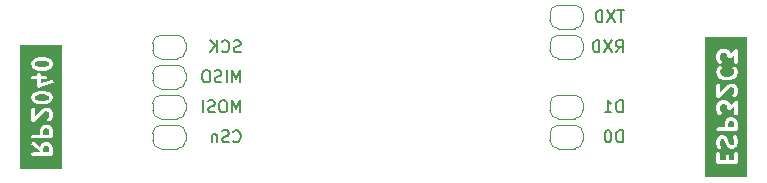
<source format=gbr>
%TF.GenerationSoftware,KiCad,Pcbnew,7.0.5-0*%
%TF.CreationDate,2023-07-26T01:41:50+02:00*%
%TF.ProjectId,esp32c3-wifi-dev,65737033-3263-4332-9d77-6966692d6465,rev?*%
%TF.SameCoordinates,Original*%
%TF.FileFunction,Legend,Bot*%
%TF.FilePolarity,Positive*%
%FSLAX46Y46*%
G04 Gerber Fmt 4.6, Leading zero omitted, Abs format (unit mm)*
G04 Created by KiCad (PCBNEW 7.0.5-0) date 2023-07-26 01:41:50*
%MOMM*%
%LPD*%
G01*
G04 APERTURE LIST*
%ADD10C,0.300000*%
%ADD11C,0.150000*%
%ADD12C,0.120000*%
G04 APERTURE END LIST*
D10*
G36*
X209589960Y-82230419D02*
G01*
X209626964Y-82267423D01*
X209671671Y-82356836D01*
X209671671Y-82742856D01*
X209185957Y-82742856D01*
X209185957Y-82356836D01*
X209230663Y-82267423D01*
X209267668Y-82230418D01*
X209357081Y-82185713D01*
X209500547Y-82185713D01*
X209589960Y-82230419D01*
G37*
G36*
X210789286Y-86925000D02*
G01*
X207210714Y-86925000D01*
X207210714Y-85700819D01*
X208166929Y-85700819D01*
X208180769Y-85731125D01*
X208190155Y-85763090D01*
X208198780Y-85770564D01*
X208203522Y-85780946D01*
X208231549Y-85798958D01*
X208256728Y-85820775D01*
X208268025Y-85822399D01*
X208277627Y-85828570D01*
X208310940Y-85828570D01*
X208343920Y-85833312D01*
X208354303Y-85828570D01*
X209096654Y-85828570D01*
X209129634Y-85833312D01*
X209140017Y-85828570D01*
X209810940Y-85828570D01*
X209843920Y-85833312D01*
X209874226Y-85819471D01*
X209906191Y-85810086D01*
X209913665Y-85801460D01*
X209924047Y-85796719D01*
X209942059Y-85768691D01*
X209963876Y-85743513D01*
X209965500Y-85732215D01*
X209971671Y-85722614D01*
X209971671Y-85689300D01*
X209976413Y-85656321D01*
X209971671Y-85645937D01*
X209971671Y-84942716D01*
X209953187Y-84879764D01*
X209886614Y-84822079D01*
X209799422Y-84809542D01*
X209719295Y-84846135D01*
X209671671Y-84920240D01*
X209671671Y-85528570D01*
X209257385Y-85528570D01*
X209257385Y-85157002D01*
X209238901Y-85094050D01*
X209172328Y-85036365D01*
X209085136Y-85023828D01*
X209005009Y-85060421D01*
X208957385Y-85134526D01*
X208957385Y-85528570D01*
X208471671Y-85528570D01*
X208471671Y-84942716D01*
X208453187Y-84879764D01*
X208386614Y-84822079D01*
X208299422Y-84809542D01*
X208219295Y-84846135D01*
X208171671Y-84920240D01*
X208171671Y-85667839D01*
X208166929Y-85700819D01*
X207210714Y-85700819D01*
X207210714Y-84184221D01*
X208165441Y-84184221D01*
X208178504Y-84223411D01*
X208190155Y-84263090D01*
X208192370Y-84265010D01*
X208257618Y-84460750D01*
X208295061Y-84514627D01*
X208376459Y-84548299D01*
X208463141Y-84532620D01*
X208527584Y-84472566D01*
X208549330Y-84387204D01*
X208471671Y-84154227D01*
X208471671Y-83856838D01*
X208516378Y-83767422D01*
X208553381Y-83730418D01*
X208642795Y-83685712D01*
X208714832Y-83685712D01*
X208804247Y-83730419D01*
X208841250Y-83767423D01*
X208894428Y-83873778D01*
X208955383Y-84117600D01*
X208953524Y-84134829D01*
X208965857Y-84159496D01*
X208967095Y-84164445D01*
X208975468Y-84178717D01*
X209036239Y-84300257D01*
X209041604Y-84324919D01*
X209070809Y-84354124D01*
X209098981Y-84384411D01*
X209101821Y-84385137D01*
X209130876Y-84414192D01*
X209143766Y-84435895D01*
X209180740Y-84454381D01*
X209217010Y-84474187D01*
X209219933Y-84473977D01*
X209318796Y-84523408D01*
X209349056Y-84542855D01*
X209379708Y-84542855D01*
X209409882Y-84548285D01*
X209422974Y-84542855D01*
X209527881Y-84542855D01*
X209563644Y-84546716D01*
X209591058Y-84533008D01*
X209620477Y-84524371D01*
X209629758Y-84513659D01*
X209729076Y-84464001D01*
X209753737Y-84458636D01*
X209782940Y-84429431D01*
X209813227Y-84401260D01*
X209813953Y-84398418D01*
X209843006Y-84369364D01*
X209864709Y-84356475D01*
X209883196Y-84319500D01*
X209903003Y-84283228D01*
X209902793Y-84280305D01*
X209952223Y-84181446D01*
X209971671Y-84151185D01*
X209971671Y-84120532D01*
X209977101Y-84090360D01*
X209971671Y-84077267D01*
X209971671Y-83768802D01*
X209977901Y-83744347D01*
X209964836Y-83705154D01*
X209953187Y-83665478D01*
X209950971Y-83663558D01*
X209885724Y-83467816D01*
X209848281Y-83413940D01*
X209766883Y-83380268D01*
X209680201Y-83395947D01*
X209615757Y-83456000D01*
X209594012Y-83541363D01*
X209671671Y-83774339D01*
X209671671Y-84071731D01*
X209626964Y-84161143D01*
X209589959Y-84198149D01*
X209500547Y-84242855D01*
X209428509Y-84242855D01*
X209339095Y-84198148D01*
X209302092Y-84161145D01*
X209248913Y-84054788D01*
X209187957Y-83810966D01*
X209189818Y-83793738D01*
X209177483Y-83769069D01*
X209176247Y-83764123D01*
X209167875Y-83749853D01*
X209107102Y-83628310D01*
X209101738Y-83603649D01*
X209072523Y-83574434D01*
X209044361Y-83544157D01*
X209041520Y-83543430D01*
X209012465Y-83514374D01*
X208999576Y-83492674D01*
X208962613Y-83474192D01*
X208926332Y-83454381D01*
X208923408Y-83454590D01*
X208824544Y-83405157D01*
X208794286Y-83385712D01*
X208763635Y-83385712D01*
X208733461Y-83380282D01*
X208720369Y-83385712D01*
X208615460Y-83385712D01*
X208579696Y-83381851D01*
X208552280Y-83395559D01*
X208522865Y-83404196D01*
X208513583Y-83414907D01*
X208414267Y-83464566D01*
X208389605Y-83469932D01*
X208360388Y-83499148D01*
X208330115Y-83527308D01*
X208329388Y-83530148D01*
X208300331Y-83559206D01*
X208278633Y-83572094D01*
X208260158Y-83609043D01*
X208240339Y-83645340D01*
X208240548Y-83648263D01*
X208191121Y-83747117D01*
X208171671Y-83777383D01*
X208171671Y-83808036D01*
X208166241Y-83838208D01*
X208171671Y-83851300D01*
X208171671Y-84159764D01*
X208165441Y-84184221D01*
X207210714Y-84184221D01*
X207210714Y-82915105D01*
X208166929Y-82915105D01*
X208203522Y-82995232D01*
X208277627Y-83042856D01*
X209025226Y-83042856D01*
X209058206Y-83047598D01*
X209068589Y-83042856D01*
X209810940Y-83042856D01*
X209843920Y-83047598D01*
X209874226Y-83033757D01*
X209906191Y-83024372D01*
X209913665Y-83015746D01*
X209924047Y-83011005D01*
X209942059Y-82982977D01*
X209963876Y-82957799D01*
X209965500Y-82946501D01*
X209971671Y-82936900D01*
X209971671Y-82903586D01*
X209976413Y-82870607D01*
X209971671Y-82860223D01*
X209971671Y-82329501D01*
X209975532Y-82293738D01*
X209961823Y-82266322D01*
X209953187Y-82236907D01*
X209942475Y-82227625D01*
X209892816Y-82128310D01*
X209887452Y-82103649D01*
X209858237Y-82074434D01*
X209830075Y-82044157D01*
X209827234Y-82043430D01*
X209798179Y-82014374D01*
X209785290Y-81992674D01*
X209748329Y-81974193D01*
X209712046Y-81954381D01*
X209709122Y-81954590D01*
X209610259Y-81905158D01*
X209580001Y-81885713D01*
X209549350Y-81885713D01*
X209519175Y-81880283D01*
X209506083Y-81885713D01*
X209329747Y-81885713D01*
X209293984Y-81881852D01*
X209266569Y-81895559D01*
X209237151Y-81904197D01*
X209227869Y-81914908D01*
X209128553Y-81964566D01*
X209103892Y-81969931D01*
X209074680Y-81999142D01*
X209044401Y-82027308D01*
X209043674Y-82030148D01*
X209014617Y-82059205D01*
X208992918Y-82072094D01*
X208974442Y-82109045D01*
X208954624Y-82145339D01*
X208954833Y-82148263D01*
X208905402Y-82247124D01*
X208885957Y-82277383D01*
X208885957Y-82308034D01*
X208880527Y-82338209D01*
X208885957Y-82351301D01*
X208885957Y-82742856D01*
X208300103Y-82742856D01*
X208237151Y-82761340D01*
X208179466Y-82827913D01*
X208166929Y-82915105D01*
X207210714Y-82915105D01*
X207210714Y-80909637D01*
X208166241Y-80909637D01*
X208171671Y-80922729D01*
X208171671Y-81313351D01*
X208167810Y-81349115D01*
X208181517Y-81376529D01*
X208190155Y-81405947D01*
X208200867Y-81415229D01*
X208250525Y-81514543D01*
X208255890Y-81539205D01*
X208285104Y-81568419D01*
X208313267Y-81598697D01*
X208316107Y-81599423D01*
X208373712Y-81657029D01*
X208431296Y-81688473D01*
X208519159Y-81682189D01*
X208589679Y-81629400D01*
X208620463Y-81546867D01*
X208601738Y-81460792D01*
X208516378Y-81375431D01*
X208471671Y-81286017D01*
X208471671Y-80928266D01*
X208516378Y-80838851D01*
X208553381Y-80801847D01*
X208642795Y-80757141D01*
X208929117Y-80757141D01*
X209018531Y-80801848D01*
X209055536Y-80838853D01*
X209100242Y-80928266D01*
X209100242Y-81063488D01*
X209100030Y-81063822D01*
X209100242Y-81107556D01*
X209100242Y-81128709D01*
X209100346Y-81129064D01*
X209100457Y-81151909D01*
X209112496Y-81170446D01*
X209118726Y-81191661D01*
X209135994Y-81206623D01*
X209148438Y-81225783D01*
X209168592Y-81234869D01*
X209185299Y-81249346D01*
X209207912Y-81252597D01*
X209228741Y-81261988D01*
X209250606Y-81258736D01*
X209272491Y-81261883D01*
X209293274Y-81252391D01*
X209315871Y-81249031D01*
X209332507Y-81234474D01*
X209352618Y-81225290D01*
X209364970Y-81206068D01*
X209671671Y-80937706D01*
X209671671Y-81557281D01*
X209690155Y-81620233D01*
X209756728Y-81677918D01*
X209843920Y-81690455D01*
X209924047Y-81653862D01*
X209971671Y-81579757D01*
X209971671Y-80650791D01*
X209971882Y-80650460D01*
X209971671Y-80606830D01*
X209971671Y-80585573D01*
X209971566Y-80585217D01*
X209971456Y-80562373D01*
X209959416Y-80543835D01*
X209953187Y-80522621D01*
X209935918Y-80507658D01*
X209923475Y-80488499D01*
X209903320Y-80479412D01*
X209886614Y-80464936D01*
X209864000Y-80461684D01*
X209843172Y-80452294D01*
X209821307Y-80455545D01*
X209799422Y-80452399D01*
X209778635Y-80461891D01*
X209756042Y-80465252D01*
X209739408Y-80479806D01*
X209719295Y-80488992D01*
X209706941Y-80508215D01*
X209372808Y-80800580D01*
X209371046Y-80799054D01*
X209321388Y-80699738D01*
X209316024Y-80675077D01*
X209286812Y-80645865D01*
X209258647Y-80615586D01*
X209255806Y-80614859D01*
X209226749Y-80585802D01*
X209213861Y-80564103D01*
X209176909Y-80545627D01*
X209140616Y-80525809D01*
X209137691Y-80526018D01*
X209038837Y-80476591D01*
X209008572Y-80457141D01*
X208977919Y-80457141D01*
X208947747Y-80451711D01*
X208934655Y-80457141D01*
X208615460Y-80457141D01*
X208579696Y-80453280D01*
X208552280Y-80466988D01*
X208522865Y-80475625D01*
X208513583Y-80486336D01*
X208414267Y-80535995D01*
X208389605Y-80541361D01*
X208360388Y-80570577D01*
X208330115Y-80598737D01*
X208329388Y-80601577D01*
X208300331Y-80630635D01*
X208278633Y-80643523D01*
X208260158Y-80680472D01*
X208240339Y-80716769D01*
X208240548Y-80719692D01*
X208191121Y-80818546D01*
X208171671Y-80848812D01*
X208171671Y-80879465D01*
X208166241Y-80909637D01*
X207210714Y-80909637D01*
X207210714Y-80073911D01*
X208168910Y-80073911D01*
X208171671Y-80112509D01*
X208171671Y-80128710D01*
X208173203Y-80133928D01*
X208175195Y-80161774D01*
X208185370Y-80175367D01*
X208190155Y-80191662D01*
X208211252Y-80209943D01*
X208227984Y-80232294D01*
X208243897Y-80238229D01*
X208256728Y-80249347D01*
X208284357Y-80253319D01*
X208310518Y-80263077D01*
X208327111Y-80259467D01*
X208343920Y-80261884D01*
X208369316Y-80250285D01*
X208396593Y-80244352D01*
X208408599Y-80232345D01*
X208424047Y-80225291D01*
X208439141Y-80201803D01*
X209259841Y-79381103D01*
X209417441Y-79328570D01*
X209500546Y-79328570D01*
X209589960Y-79373277D01*
X209626964Y-79410281D01*
X209671671Y-79499694D01*
X209671671Y-79786018D01*
X209626965Y-79875428D01*
X209557497Y-79944898D01*
X209526053Y-80002482D01*
X209532338Y-80090345D01*
X209585127Y-80160865D01*
X209667661Y-80191648D01*
X209753736Y-80172923D01*
X209843007Y-80083651D01*
X209864709Y-80070762D01*
X209883192Y-80033795D01*
X209903002Y-79997517D01*
X209902792Y-79994594D01*
X209952223Y-79895733D01*
X209971671Y-79865472D01*
X209971671Y-79834819D01*
X209977101Y-79804647D01*
X209971671Y-79791554D01*
X209971671Y-79472359D01*
X209975532Y-79436596D01*
X209961823Y-79409180D01*
X209953187Y-79379765D01*
X209942475Y-79370483D01*
X209892816Y-79271168D01*
X209887452Y-79246507D01*
X209858237Y-79217292D01*
X209830075Y-79187015D01*
X209827234Y-79186288D01*
X209798179Y-79157232D01*
X209785290Y-79135532D01*
X209748329Y-79117051D01*
X209712046Y-79097239D01*
X209709122Y-79097448D01*
X209610266Y-79048020D01*
X209580001Y-79028570D01*
X209549348Y-79028570D01*
X209519176Y-79023140D01*
X209506084Y-79028570D01*
X209411904Y-79028570D01*
X209387449Y-79022340D01*
X209348256Y-79035404D01*
X209308580Y-79047054D01*
X209306660Y-79049269D01*
X209139041Y-79105142D01*
X209103892Y-79112789D01*
X209082217Y-79134463D01*
X209057042Y-79151960D01*
X209051624Y-79165056D01*
X208471671Y-79745010D01*
X208471671Y-79157002D01*
X208453187Y-79094050D01*
X208386614Y-79036365D01*
X208299422Y-79023828D01*
X208219295Y-79060421D01*
X208171671Y-79134526D01*
X208171671Y-80068854D01*
X208168910Y-80073911D01*
X207210714Y-80073911D01*
X207210714Y-78112793D01*
X208165441Y-78112793D01*
X208178504Y-78151984D01*
X208190155Y-78191662D01*
X208192370Y-78193581D01*
X208248242Y-78361197D01*
X208255890Y-78396350D01*
X208277566Y-78418026D01*
X208295061Y-78443199D01*
X208308156Y-78448616D01*
X208416590Y-78557050D01*
X208429480Y-78578752D01*
X208466450Y-78597237D01*
X208502726Y-78617045D01*
X208505648Y-78616836D01*
X208587835Y-78657929D01*
X208599705Y-78670553D01*
X208626458Y-78677241D01*
X208631022Y-78679523D01*
X208647312Y-78682454D01*
X208904197Y-78746675D01*
X208920484Y-78757142D01*
X208946064Y-78757142D01*
X208949072Y-78757894D01*
X208967577Y-78757142D01*
X209154126Y-78757142D01*
X209172465Y-78763346D01*
X209197281Y-78757142D01*
X209200382Y-78757142D01*
X209218155Y-78751923D01*
X209474987Y-78687715D01*
X209492216Y-78689575D01*
X209516883Y-78677241D01*
X209521832Y-78676004D01*
X209536104Y-78667630D01*
X209657643Y-78606860D01*
X209682307Y-78601495D01*
X209711527Y-78572274D01*
X209741798Y-78544118D01*
X209742524Y-78541277D01*
X209850599Y-78433202D01*
X209878616Y-78410646D01*
X209888308Y-78381567D01*
X209903002Y-78354659D01*
X209901990Y-78340522D01*
X209958026Y-78172416D01*
X209971671Y-78151186D01*
X209971671Y-78109873D01*
X209973166Y-78068549D01*
X209971671Y-78066026D01*
X209971671Y-77983089D01*
X209977901Y-77958634D01*
X209964836Y-77919441D01*
X209953187Y-77879765D01*
X209950971Y-77877845D01*
X209895097Y-77710224D01*
X209887452Y-77675076D01*
X209865775Y-77653400D01*
X209848281Y-77628227D01*
X209835185Y-77622809D01*
X209769629Y-77557254D01*
X209712045Y-77525810D01*
X209624182Y-77532095D01*
X209553662Y-77584884D01*
X209522879Y-77667418D01*
X209541604Y-77753493D01*
X209619137Y-77831026D01*
X209671671Y-77988626D01*
X209671671Y-78082798D01*
X209619137Y-78240401D01*
X209518531Y-78341006D01*
X209412175Y-78394185D01*
X209160350Y-78457142D01*
X208982992Y-78457142D01*
X208731169Y-78394186D01*
X208624812Y-78341007D01*
X208524204Y-78240400D01*
X208471671Y-78082800D01*
X208471671Y-77988625D01*
X208524205Y-77831025D01*
X208585845Y-77769386D01*
X208617288Y-77711803D01*
X208611003Y-77623939D01*
X208558214Y-77553420D01*
X208475681Y-77522637D01*
X208389605Y-77541361D01*
X208292743Y-77638223D01*
X208264725Y-77660781D01*
X208255031Y-77689861D01*
X208240339Y-77716768D01*
X208241350Y-77730905D01*
X208185315Y-77899009D01*
X208171671Y-77920241D01*
X208171671Y-77961553D01*
X208170176Y-78002878D01*
X208171671Y-78005400D01*
X208171671Y-78088336D01*
X208165441Y-78112793D01*
X207210714Y-78112793D01*
X207210714Y-76552495D01*
X208166241Y-76552495D01*
X208171671Y-76565587D01*
X208171671Y-76956209D01*
X208167810Y-76991973D01*
X208181517Y-77019387D01*
X208190155Y-77048805D01*
X208200867Y-77058087D01*
X208250525Y-77157401D01*
X208255890Y-77182063D01*
X208285104Y-77211277D01*
X208313267Y-77241555D01*
X208316107Y-77242281D01*
X208373712Y-77299887D01*
X208431296Y-77331331D01*
X208519159Y-77325047D01*
X208589679Y-77272258D01*
X208620463Y-77189725D01*
X208601738Y-77103650D01*
X208516378Y-77018289D01*
X208471671Y-76928875D01*
X208471671Y-76571124D01*
X208516378Y-76481709D01*
X208553381Y-76444705D01*
X208642795Y-76399999D01*
X208929117Y-76399999D01*
X209018531Y-76444706D01*
X209055536Y-76481711D01*
X209100242Y-76571124D01*
X209100242Y-76706346D01*
X209100030Y-76706680D01*
X209100242Y-76750414D01*
X209100242Y-76771567D01*
X209100346Y-76771922D01*
X209100457Y-76794767D01*
X209112496Y-76813304D01*
X209118726Y-76834519D01*
X209135994Y-76849481D01*
X209148438Y-76868641D01*
X209168592Y-76877727D01*
X209185299Y-76892204D01*
X209207912Y-76895455D01*
X209228741Y-76904846D01*
X209250606Y-76901594D01*
X209272491Y-76904741D01*
X209293274Y-76895249D01*
X209315871Y-76891889D01*
X209332507Y-76877332D01*
X209352618Y-76868148D01*
X209364970Y-76848926D01*
X209671671Y-76580564D01*
X209671671Y-77200139D01*
X209690155Y-77263091D01*
X209756728Y-77320776D01*
X209843920Y-77333313D01*
X209924047Y-77296720D01*
X209971671Y-77222615D01*
X209971671Y-76293649D01*
X209971882Y-76293318D01*
X209971671Y-76249688D01*
X209971671Y-76228431D01*
X209971566Y-76228075D01*
X209971456Y-76205231D01*
X209959416Y-76186693D01*
X209953187Y-76165479D01*
X209935918Y-76150516D01*
X209923475Y-76131357D01*
X209903320Y-76122270D01*
X209886614Y-76107794D01*
X209864000Y-76104542D01*
X209843172Y-76095152D01*
X209821307Y-76098403D01*
X209799422Y-76095257D01*
X209778635Y-76104749D01*
X209756042Y-76108110D01*
X209739408Y-76122664D01*
X209719295Y-76131850D01*
X209706941Y-76151073D01*
X209372808Y-76443438D01*
X209371046Y-76441912D01*
X209321388Y-76342596D01*
X209316024Y-76317935D01*
X209286812Y-76288723D01*
X209258647Y-76258444D01*
X209255806Y-76257717D01*
X209226749Y-76228660D01*
X209213861Y-76206961D01*
X209176909Y-76188485D01*
X209140616Y-76168667D01*
X209137691Y-76168876D01*
X209038837Y-76119449D01*
X209008572Y-76099999D01*
X208977919Y-76099999D01*
X208947747Y-76094569D01*
X208934655Y-76099999D01*
X208615460Y-76099999D01*
X208579696Y-76096138D01*
X208552280Y-76109846D01*
X208522865Y-76118483D01*
X208513583Y-76129194D01*
X208414267Y-76178853D01*
X208389605Y-76184219D01*
X208360388Y-76213435D01*
X208330115Y-76241595D01*
X208329388Y-76244435D01*
X208300331Y-76273493D01*
X208278633Y-76286381D01*
X208260158Y-76323330D01*
X208240339Y-76359627D01*
X208240548Y-76362550D01*
X208191121Y-76461404D01*
X208171671Y-76491670D01*
X208171671Y-76522323D01*
X208166241Y-76552495D01*
X207210714Y-76552495D01*
X207210714Y-75075001D01*
X210789286Y-75075001D01*
X210789286Y-86925000D01*
G37*
G36*
X151589960Y-84337562D02*
G01*
X151626964Y-84374566D01*
X151671671Y-84463979D01*
X151671671Y-84849999D01*
X151185957Y-84849999D01*
X151185957Y-84656572D01*
X151191457Y-84626740D01*
X151185957Y-84613316D01*
X151185957Y-84463979D01*
X151230663Y-84374566D01*
X151267668Y-84337561D01*
X151357081Y-84292856D01*
X151500547Y-84292856D01*
X151589960Y-84337562D01*
G37*
G36*
X151589960Y-82837562D02*
G01*
X151626964Y-82874566D01*
X151671671Y-82963979D01*
X151671671Y-83349999D01*
X151185957Y-83349999D01*
X151185957Y-82963979D01*
X151230663Y-82874566D01*
X151267668Y-82837561D01*
X151357081Y-82792856D01*
X151500547Y-82792856D01*
X151589960Y-82837562D01*
G37*
G36*
X151483599Y-79998668D02*
G01*
X151589960Y-80051849D01*
X151626964Y-80088853D01*
X151671671Y-80178265D01*
X151671671Y-80250302D01*
X151626963Y-80339716D01*
X151589959Y-80376721D01*
X151483605Y-80429898D01*
X151231774Y-80492856D01*
X150911564Y-80492856D01*
X150659740Y-80429900D01*
X150553384Y-80376722D01*
X150516378Y-80339716D01*
X150471671Y-80250302D01*
X150471671Y-80178266D01*
X150516378Y-80088852D01*
X150553382Y-80051848D01*
X150659736Y-79998670D01*
X150911565Y-79935713D01*
X151231777Y-79935713D01*
X151483599Y-79998668D01*
G37*
G36*
X151483599Y-77141526D02*
G01*
X151589960Y-77194707D01*
X151626964Y-77231711D01*
X151671671Y-77321123D01*
X151671671Y-77393160D01*
X151626963Y-77482574D01*
X151589959Y-77519579D01*
X151483605Y-77572756D01*
X151231774Y-77635714D01*
X150911564Y-77635714D01*
X150659740Y-77572758D01*
X150553384Y-77519580D01*
X150516378Y-77482574D01*
X150471671Y-77393160D01*
X150471671Y-77321124D01*
X150516377Y-77231711D01*
X150553382Y-77194706D01*
X150659736Y-77141528D01*
X150911565Y-77078571D01*
X151231777Y-77078571D01*
X151483599Y-77141526D01*
G37*
G36*
X152789286Y-86246428D02*
G01*
X149210714Y-86246428D01*
X149210714Y-84158972D01*
X150166171Y-84158972D01*
X150199569Y-84240483D01*
X150885957Y-84720954D01*
X150885957Y-84849999D01*
X150300103Y-84849999D01*
X150237151Y-84868483D01*
X150179466Y-84935056D01*
X150166929Y-85022248D01*
X150203522Y-85102375D01*
X150277627Y-85149999D01*
X151025226Y-85149999D01*
X151058206Y-85154741D01*
X151068589Y-85149999D01*
X151810940Y-85149999D01*
X151843920Y-85154741D01*
X151874226Y-85140900D01*
X151906191Y-85131515D01*
X151913665Y-85122889D01*
X151924047Y-85118148D01*
X151942059Y-85090120D01*
X151963876Y-85064942D01*
X151965500Y-85053644D01*
X151971671Y-85044043D01*
X151971671Y-85010729D01*
X151976413Y-84977750D01*
X151971671Y-84967366D01*
X151971671Y-84436644D01*
X151975532Y-84400881D01*
X151961823Y-84373465D01*
X151953187Y-84344050D01*
X151942475Y-84334768D01*
X151892816Y-84235453D01*
X151887452Y-84210792D01*
X151858237Y-84181577D01*
X151830075Y-84151300D01*
X151827234Y-84150573D01*
X151798179Y-84121517D01*
X151785290Y-84099817D01*
X151748329Y-84081336D01*
X151712046Y-84061524D01*
X151709122Y-84061733D01*
X151610259Y-84012301D01*
X151580001Y-83992856D01*
X151549350Y-83992856D01*
X151519175Y-83987426D01*
X151506083Y-83992856D01*
X151329747Y-83992856D01*
X151293984Y-83988995D01*
X151266569Y-84002702D01*
X151237151Y-84011340D01*
X151227869Y-84022051D01*
X151128553Y-84071709D01*
X151103892Y-84077074D01*
X151074680Y-84106285D01*
X151044401Y-84134451D01*
X151043674Y-84137291D01*
X151014617Y-84166348D01*
X150992918Y-84179237D01*
X150974442Y-84216188D01*
X150954624Y-84252482D01*
X150954833Y-84255406D01*
X150905402Y-84354267D01*
X150899151Y-84363994D01*
X150390021Y-84007603D01*
X150327849Y-83986645D01*
X150242414Y-84008103D01*
X150182142Y-84072344D01*
X150166171Y-84158972D01*
X149210714Y-84158972D01*
X149210714Y-83522248D01*
X150166929Y-83522248D01*
X150203522Y-83602375D01*
X150277627Y-83649999D01*
X151025226Y-83649999D01*
X151058206Y-83654741D01*
X151068589Y-83649999D01*
X151810940Y-83649999D01*
X151843920Y-83654741D01*
X151874226Y-83640900D01*
X151906191Y-83631515D01*
X151913665Y-83622889D01*
X151924047Y-83618148D01*
X151942059Y-83590120D01*
X151963876Y-83564942D01*
X151965500Y-83553644D01*
X151971671Y-83544043D01*
X151971671Y-83510729D01*
X151976413Y-83477750D01*
X151971671Y-83467366D01*
X151971671Y-82936644D01*
X151975532Y-82900881D01*
X151961823Y-82873465D01*
X151953187Y-82844050D01*
X151942475Y-82834768D01*
X151892816Y-82735453D01*
X151887452Y-82710792D01*
X151858237Y-82681577D01*
X151830075Y-82651300D01*
X151827234Y-82650573D01*
X151798179Y-82621517D01*
X151785290Y-82599817D01*
X151748329Y-82581336D01*
X151712046Y-82561524D01*
X151709122Y-82561733D01*
X151610259Y-82512301D01*
X151580001Y-82492856D01*
X151549350Y-82492856D01*
X151519175Y-82487426D01*
X151506083Y-82492856D01*
X151329747Y-82492856D01*
X151293984Y-82488995D01*
X151266569Y-82502702D01*
X151237151Y-82511340D01*
X151227869Y-82522051D01*
X151128553Y-82571709D01*
X151103892Y-82577074D01*
X151074680Y-82606285D01*
X151044401Y-82634451D01*
X151043674Y-82637291D01*
X151014617Y-82666348D01*
X150992918Y-82679237D01*
X150974442Y-82716188D01*
X150954624Y-82752482D01*
X150954833Y-82755406D01*
X150905402Y-82854267D01*
X150885957Y-82884526D01*
X150885957Y-82915177D01*
X150880527Y-82945352D01*
X150885957Y-82958444D01*
X150885957Y-83349999D01*
X150300103Y-83349999D01*
X150237151Y-83368483D01*
X150179466Y-83435056D01*
X150166929Y-83522248D01*
X149210714Y-83522248D01*
X149210714Y-82109625D01*
X150168910Y-82109625D01*
X150171671Y-82148223D01*
X150171671Y-82164424D01*
X150173203Y-82169642D01*
X150175195Y-82197488D01*
X150185370Y-82211081D01*
X150190155Y-82227376D01*
X150211252Y-82245657D01*
X150227984Y-82268008D01*
X150243897Y-82273943D01*
X150256728Y-82285061D01*
X150284357Y-82289033D01*
X150310518Y-82298791D01*
X150327111Y-82295181D01*
X150343920Y-82297598D01*
X150369316Y-82285999D01*
X150396593Y-82280066D01*
X150408599Y-82268059D01*
X150424047Y-82261005D01*
X150439141Y-82237517D01*
X151259841Y-81416817D01*
X151417441Y-81364284D01*
X151500546Y-81364284D01*
X151589960Y-81408991D01*
X151626964Y-81445995D01*
X151671671Y-81535408D01*
X151671671Y-81821732D01*
X151626965Y-81911142D01*
X151557497Y-81980612D01*
X151526053Y-82038196D01*
X151532338Y-82126059D01*
X151585127Y-82196579D01*
X151667661Y-82227362D01*
X151753736Y-82208637D01*
X151843007Y-82119365D01*
X151864709Y-82106476D01*
X151883192Y-82069509D01*
X151903002Y-82033231D01*
X151902792Y-82030308D01*
X151952223Y-81931447D01*
X151971671Y-81901186D01*
X151971671Y-81870533D01*
X151977101Y-81840361D01*
X151971671Y-81827268D01*
X151971671Y-81508073D01*
X151975532Y-81472310D01*
X151961823Y-81444894D01*
X151953187Y-81415479D01*
X151942475Y-81406197D01*
X151892816Y-81306882D01*
X151887452Y-81282221D01*
X151858237Y-81253006D01*
X151830075Y-81222729D01*
X151827234Y-81222002D01*
X151798179Y-81192946D01*
X151785290Y-81171246D01*
X151748329Y-81152765D01*
X151712046Y-81132953D01*
X151709122Y-81133162D01*
X151610266Y-81083734D01*
X151580001Y-81064284D01*
X151549348Y-81064284D01*
X151519176Y-81058854D01*
X151506084Y-81064284D01*
X151411904Y-81064284D01*
X151387449Y-81058054D01*
X151348256Y-81071118D01*
X151308580Y-81082768D01*
X151306660Y-81084983D01*
X151139041Y-81140856D01*
X151103892Y-81148503D01*
X151082217Y-81170177D01*
X151057042Y-81187674D01*
X151051624Y-81200770D01*
X150471671Y-81780724D01*
X150471671Y-81192716D01*
X150453187Y-81129764D01*
X150386614Y-81072079D01*
X150299422Y-81059542D01*
X150219295Y-81096135D01*
X150171671Y-81170240D01*
X150171671Y-82104568D01*
X150168910Y-82109625D01*
X149210714Y-82109625D01*
X149210714Y-80159637D01*
X150166241Y-80159637D01*
X150171671Y-80172729D01*
X150171671Y-80277637D01*
X150167810Y-80313401D01*
X150181517Y-80340816D01*
X150190155Y-80370233D01*
X150200866Y-80379514D01*
X150250525Y-80478832D01*
X150255890Y-80503493D01*
X150285095Y-80532698D01*
X150313267Y-80562984D01*
X150316107Y-80563710D01*
X150345161Y-80592764D01*
X150358051Y-80614466D01*
X150395017Y-80632949D01*
X150431296Y-80652759D01*
X150434218Y-80652549D01*
X150516406Y-80693643D01*
X150528276Y-80706267D01*
X150555029Y-80712955D01*
X150559593Y-80715237D01*
X150575883Y-80718168D01*
X150832769Y-80782389D01*
X150849056Y-80792856D01*
X150874636Y-80792856D01*
X150877644Y-80793608D01*
X150896149Y-80792856D01*
X151225555Y-80792856D01*
X151243893Y-80799060D01*
X151268709Y-80792856D01*
X151271810Y-80792856D01*
X151289579Y-80787638D01*
X151546419Y-80723429D01*
X151563645Y-80725289D01*
X151588308Y-80712957D01*
X151593261Y-80711719D01*
X151607541Y-80703340D01*
X151729072Y-80642574D01*
X151753736Y-80637209D01*
X151782956Y-80607988D01*
X151813227Y-80579832D01*
X151813953Y-80576991D01*
X151843009Y-80547935D01*
X151864709Y-80535047D01*
X151883187Y-80498090D01*
X151903002Y-80461803D01*
X151902792Y-80458879D01*
X151952225Y-80360015D01*
X151971671Y-80329757D01*
X151971671Y-80299106D01*
X151977101Y-80268932D01*
X151971671Y-80255839D01*
X151971671Y-80150930D01*
X151975532Y-80115167D01*
X151961823Y-80087751D01*
X151953187Y-80058336D01*
X151942475Y-80049054D01*
X151892817Y-79949739D01*
X151887452Y-79925076D01*
X151858221Y-79895845D01*
X151830075Y-79865586D01*
X151827235Y-79864859D01*
X151798177Y-79835802D01*
X151785290Y-79814104D01*
X151748338Y-79795628D01*
X151712045Y-79775810D01*
X151709120Y-79776019D01*
X151626936Y-79734927D01*
X151615066Y-79722303D01*
X151588310Y-79715614D01*
X151583748Y-79713333D01*
X151567462Y-79710402D01*
X151310572Y-79646179D01*
X151294286Y-79635713D01*
X151268706Y-79635713D01*
X151265698Y-79634961D01*
X151247193Y-79635713D01*
X150917787Y-79635713D01*
X150899448Y-79629509D01*
X150874632Y-79635713D01*
X150871532Y-79635713D01*
X150853761Y-79640930D01*
X150596924Y-79705140D01*
X150579696Y-79703281D01*
X150555027Y-79715615D01*
X150550081Y-79716852D01*
X150535811Y-79725223D01*
X150414268Y-79785995D01*
X150389605Y-79791361D01*
X150360374Y-79820591D01*
X150330115Y-79848738D01*
X150329388Y-79851577D01*
X150300331Y-79880635D01*
X150278633Y-79893523D01*
X150260157Y-79930474D01*
X150240339Y-79966768D01*
X150240548Y-79969692D01*
X150191121Y-80068546D01*
X150171671Y-80098812D01*
X150171671Y-80129465D01*
X150166241Y-80159637D01*
X149210714Y-80159637D01*
X149210714Y-78522249D01*
X150166929Y-78522249D01*
X150203522Y-78602376D01*
X150277627Y-78650000D01*
X150671671Y-78650000D01*
X150671671Y-79184483D01*
X150666227Y-79197644D01*
X150671671Y-79227741D01*
X150671671Y-79235853D01*
X150675492Y-79248867D01*
X150681906Y-79284326D01*
X150687742Y-79290589D01*
X150690155Y-79298805D01*
X150717389Y-79322403D01*
X150741959Y-79348769D01*
X150750256Y-79350882D01*
X150756728Y-79356490D01*
X150792402Y-79361619D01*
X150827321Y-79370515D01*
X150835442Y-79367807D01*
X150843920Y-79369027D01*
X150876711Y-79354051D01*
X151960995Y-78992624D01*
X152014871Y-78955182D01*
X152048544Y-78873783D01*
X152032865Y-78787101D01*
X151972812Y-78722658D01*
X151887449Y-78700912D01*
X150971671Y-79006171D01*
X150971671Y-78650000D01*
X151343239Y-78650000D01*
X151406191Y-78631516D01*
X151463876Y-78564943D01*
X151476413Y-78477751D01*
X151439820Y-78397624D01*
X151365715Y-78350000D01*
X150971671Y-78350000D01*
X150971671Y-78264146D01*
X150953187Y-78201194D01*
X150886614Y-78143509D01*
X150799422Y-78130972D01*
X150719295Y-78167565D01*
X150671671Y-78241670D01*
X150671671Y-78350000D01*
X150300103Y-78350000D01*
X150237151Y-78368484D01*
X150179466Y-78435057D01*
X150166929Y-78522249D01*
X149210714Y-78522249D01*
X149210714Y-77302495D01*
X150166241Y-77302495D01*
X150171671Y-77315587D01*
X150171671Y-77420495D01*
X150167810Y-77456259D01*
X150181517Y-77483674D01*
X150190155Y-77513091D01*
X150200866Y-77522372D01*
X150250525Y-77621690D01*
X150255890Y-77646351D01*
X150285095Y-77675556D01*
X150313267Y-77705842D01*
X150316107Y-77706568D01*
X150345161Y-77735622D01*
X150358051Y-77757324D01*
X150395017Y-77775807D01*
X150431296Y-77795617D01*
X150434218Y-77795407D01*
X150516406Y-77836501D01*
X150528276Y-77849125D01*
X150555029Y-77855813D01*
X150559593Y-77858095D01*
X150575883Y-77861026D01*
X150832769Y-77925247D01*
X150849056Y-77935714D01*
X150874636Y-77935714D01*
X150877644Y-77936466D01*
X150896149Y-77935714D01*
X151225555Y-77935714D01*
X151243893Y-77941918D01*
X151268709Y-77935714D01*
X151271810Y-77935714D01*
X151289579Y-77930496D01*
X151546419Y-77866287D01*
X151563645Y-77868147D01*
X151588308Y-77855815D01*
X151593261Y-77854577D01*
X151607541Y-77846198D01*
X151729072Y-77785432D01*
X151753736Y-77780067D01*
X151782956Y-77750846D01*
X151813227Y-77722690D01*
X151813953Y-77719849D01*
X151843009Y-77690793D01*
X151864709Y-77677905D01*
X151883187Y-77640948D01*
X151903002Y-77604661D01*
X151902792Y-77601737D01*
X151952225Y-77502873D01*
X151971671Y-77472615D01*
X151971671Y-77441964D01*
X151977101Y-77411790D01*
X151971671Y-77398697D01*
X151971671Y-77293788D01*
X151975532Y-77258025D01*
X151961823Y-77230609D01*
X151953187Y-77201194D01*
X151942475Y-77191912D01*
X151892817Y-77092597D01*
X151887452Y-77067934D01*
X151858221Y-77038703D01*
X151830075Y-77008444D01*
X151827235Y-77007717D01*
X151798177Y-76978660D01*
X151785290Y-76956962D01*
X151748338Y-76938486D01*
X151712045Y-76918668D01*
X151709120Y-76918877D01*
X151626936Y-76877785D01*
X151615066Y-76865161D01*
X151588309Y-76858472D01*
X151583748Y-76856191D01*
X151567462Y-76853260D01*
X151310572Y-76789037D01*
X151294286Y-76778571D01*
X151268706Y-76778571D01*
X151265698Y-76777819D01*
X151247193Y-76778571D01*
X150917787Y-76778571D01*
X150899448Y-76772367D01*
X150874632Y-76778571D01*
X150871532Y-76778571D01*
X150853761Y-76783788D01*
X150596924Y-76847998D01*
X150579696Y-76846139D01*
X150555027Y-76858473D01*
X150550081Y-76859710D01*
X150535811Y-76868081D01*
X150414268Y-76928853D01*
X150389605Y-76934219D01*
X150360374Y-76963449D01*
X150330115Y-76991596D01*
X150329388Y-76994435D01*
X150300331Y-77023493D01*
X150278633Y-77036381D01*
X150260157Y-77073332D01*
X150240339Y-77109626D01*
X150240548Y-77112550D01*
X150191121Y-77211404D01*
X150171671Y-77241670D01*
X150171671Y-77272323D01*
X150166241Y-77302495D01*
X149210714Y-77302495D01*
X149210714Y-75753572D01*
X152789286Y-75753572D01*
X152789286Y-86246428D01*
G37*
D11*
X167833220Y-81454819D02*
X167833220Y-80454819D01*
X167833220Y-80454819D02*
X167499887Y-81169104D01*
X167499887Y-81169104D02*
X167166554Y-80454819D01*
X167166554Y-80454819D02*
X167166554Y-81454819D01*
X166499887Y-80454819D02*
X166309411Y-80454819D01*
X166309411Y-80454819D02*
X166214173Y-80502438D01*
X166214173Y-80502438D02*
X166118935Y-80597676D01*
X166118935Y-80597676D02*
X166071316Y-80788152D01*
X166071316Y-80788152D02*
X166071316Y-81121485D01*
X166071316Y-81121485D02*
X166118935Y-81311961D01*
X166118935Y-81311961D02*
X166214173Y-81407200D01*
X166214173Y-81407200D02*
X166309411Y-81454819D01*
X166309411Y-81454819D02*
X166499887Y-81454819D01*
X166499887Y-81454819D02*
X166595125Y-81407200D01*
X166595125Y-81407200D02*
X166690363Y-81311961D01*
X166690363Y-81311961D02*
X166737982Y-81121485D01*
X166737982Y-81121485D02*
X166737982Y-80788152D01*
X166737982Y-80788152D02*
X166690363Y-80597676D01*
X166690363Y-80597676D02*
X166595125Y-80502438D01*
X166595125Y-80502438D02*
X166499887Y-80454819D01*
X165690363Y-81407200D02*
X165547506Y-81454819D01*
X165547506Y-81454819D02*
X165309411Y-81454819D01*
X165309411Y-81454819D02*
X165214173Y-81407200D01*
X165214173Y-81407200D02*
X165166554Y-81359580D01*
X165166554Y-81359580D02*
X165118935Y-81264342D01*
X165118935Y-81264342D02*
X165118935Y-81169104D01*
X165118935Y-81169104D02*
X165166554Y-81073866D01*
X165166554Y-81073866D02*
X165214173Y-81026247D01*
X165214173Y-81026247D02*
X165309411Y-80978628D01*
X165309411Y-80978628D02*
X165499887Y-80931009D01*
X165499887Y-80931009D02*
X165595125Y-80883390D01*
X165595125Y-80883390D02*
X165642744Y-80835771D01*
X165642744Y-80835771D02*
X165690363Y-80740533D01*
X165690363Y-80740533D02*
X165690363Y-80645295D01*
X165690363Y-80645295D02*
X165642744Y-80550057D01*
X165642744Y-80550057D02*
X165595125Y-80502438D01*
X165595125Y-80502438D02*
X165499887Y-80454819D01*
X165499887Y-80454819D02*
X165261792Y-80454819D01*
X165261792Y-80454819D02*
X165118935Y-80502438D01*
X164690363Y-81454819D02*
X164690363Y-80454819D01*
X167261792Y-83899580D02*
X167309411Y-83947200D01*
X167309411Y-83947200D02*
X167452268Y-83994819D01*
X167452268Y-83994819D02*
X167547506Y-83994819D01*
X167547506Y-83994819D02*
X167690363Y-83947200D01*
X167690363Y-83947200D02*
X167785601Y-83851961D01*
X167785601Y-83851961D02*
X167833220Y-83756723D01*
X167833220Y-83756723D02*
X167880839Y-83566247D01*
X167880839Y-83566247D02*
X167880839Y-83423390D01*
X167880839Y-83423390D02*
X167833220Y-83232914D01*
X167833220Y-83232914D02*
X167785601Y-83137676D01*
X167785601Y-83137676D02*
X167690363Y-83042438D01*
X167690363Y-83042438D02*
X167547506Y-82994819D01*
X167547506Y-82994819D02*
X167452268Y-82994819D01*
X167452268Y-82994819D02*
X167309411Y-83042438D01*
X167309411Y-83042438D02*
X167261792Y-83090057D01*
X166880839Y-83947200D02*
X166737982Y-83994819D01*
X166737982Y-83994819D02*
X166499887Y-83994819D01*
X166499887Y-83994819D02*
X166404649Y-83947200D01*
X166404649Y-83947200D02*
X166357030Y-83899580D01*
X166357030Y-83899580D02*
X166309411Y-83804342D01*
X166309411Y-83804342D02*
X166309411Y-83709104D01*
X166309411Y-83709104D02*
X166357030Y-83613866D01*
X166357030Y-83613866D02*
X166404649Y-83566247D01*
X166404649Y-83566247D02*
X166499887Y-83518628D01*
X166499887Y-83518628D02*
X166690363Y-83471009D01*
X166690363Y-83471009D02*
X166785601Y-83423390D01*
X166785601Y-83423390D02*
X166833220Y-83375771D01*
X166833220Y-83375771D02*
X166880839Y-83280533D01*
X166880839Y-83280533D02*
X166880839Y-83185295D01*
X166880839Y-83185295D02*
X166833220Y-83090057D01*
X166833220Y-83090057D02*
X166785601Y-83042438D01*
X166785601Y-83042438D02*
X166690363Y-82994819D01*
X166690363Y-82994819D02*
X166452268Y-82994819D01*
X166452268Y-82994819D02*
X166309411Y-83042438D01*
X165880839Y-83328152D02*
X165880839Y-83994819D01*
X165880839Y-83423390D02*
X165833220Y-83375771D01*
X165833220Y-83375771D02*
X165737982Y-83328152D01*
X165737982Y-83328152D02*
X165595125Y-83328152D01*
X165595125Y-83328152D02*
X165499887Y-83375771D01*
X165499887Y-83375771D02*
X165452268Y-83471009D01*
X165452268Y-83471009D02*
X165452268Y-83994819D01*
X200218220Y-81454819D02*
X200218220Y-80454819D01*
X200218220Y-80454819D02*
X199980125Y-80454819D01*
X199980125Y-80454819D02*
X199837268Y-80502438D01*
X199837268Y-80502438D02*
X199742030Y-80597676D01*
X199742030Y-80597676D02*
X199694411Y-80692914D01*
X199694411Y-80692914D02*
X199646792Y-80883390D01*
X199646792Y-80883390D02*
X199646792Y-81026247D01*
X199646792Y-81026247D02*
X199694411Y-81216723D01*
X199694411Y-81216723D02*
X199742030Y-81311961D01*
X199742030Y-81311961D02*
X199837268Y-81407200D01*
X199837268Y-81407200D02*
X199980125Y-81454819D01*
X199980125Y-81454819D02*
X200218220Y-81454819D01*
X198694411Y-81454819D02*
X199265839Y-81454819D01*
X198980125Y-81454819D02*
X198980125Y-80454819D01*
X198980125Y-80454819D02*
X199075363Y-80597676D01*
X199075363Y-80597676D02*
X199170601Y-80692914D01*
X199170601Y-80692914D02*
X199265839Y-80740533D01*
X200218220Y-83994819D02*
X200218220Y-82994819D01*
X200218220Y-82994819D02*
X199980125Y-82994819D01*
X199980125Y-82994819D02*
X199837268Y-83042438D01*
X199837268Y-83042438D02*
X199742030Y-83137676D01*
X199742030Y-83137676D02*
X199694411Y-83232914D01*
X199694411Y-83232914D02*
X199646792Y-83423390D01*
X199646792Y-83423390D02*
X199646792Y-83566247D01*
X199646792Y-83566247D02*
X199694411Y-83756723D01*
X199694411Y-83756723D02*
X199742030Y-83851961D01*
X199742030Y-83851961D02*
X199837268Y-83947200D01*
X199837268Y-83947200D02*
X199980125Y-83994819D01*
X199980125Y-83994819D02*
X200218220Y-83994819D01*
X199027744Y-82994819D02*
X198932506Y-82994819D01*
X198932506Y-82994819D02*
X198837268Y-83042438D01*
X198837268Y-83042438D02*
X198789649Y-83090057D01*
X198789649Y-83090057D02*
X198742030Y-83185295D01*
X198742030Y-83185295D02*
X198694411Y-83375771D01*
X198694411Y-83375771D02*
X198694411Y-83613866D01*
X198694411Y-83613866D02*
X198742030Y-83804342D01*
X198742030Y-83804342D02*
X198789649Y-83899580D01*
X198789649Y-83899580D02*
X198837268Y-83947200D01*
X198837268Y-83947200D02*
X198932506Y-83994819D01*
X198932506Y-83994819D02*
X199027744Y-83994819D01*
X199027744Y-83994819D02*
X199122982Y-83947200D01*
X199122982Y-83947200D02*
X199170601Y-83899580D01*
X199170601Y-83899580D02*
X199218220Y-83804342D01*
X199218220Y-83804342D02*
X199265839Y-83613866D01*
X199265839Y-83613866D02*
X199265839Y-83375771D01*
X199265839Y-83375771D02*
X199218220Y-83185295D01*
X199218220Y-83185295D02*
X199170601Y-83090057D01*
X199170601Y-83090057D02*
X199122982Y-83042438D01*
X199122982Y-83042438D02*
X199027744Y-82994819D01*
X200361077Y-72834819D02*
X199789649Y-72834819D01*
X200075363Y-73834819D02*
X200075363Y-72834819D01*
X199551553Y-72834819D02*
X198884887Y-73834819D01*
X198884887Y-72834819D02*
X199551553Y-73834819D01*
X198503934Y-73834819D02*
X198503934Y-72834819D01*
X198503934Y-72834819D02*
X198265839Y-72834819D01*
X198265839Y-72834819D02*
X198122982Y-72882438D01*
X198122982Y-72882438D02*
X198027744Y-72977676D01*
X198027744Y-72977676D02*
X197980125Y-73072914D01*
X197980125Y-73072914D02*
X197932506Y-73263390D01*
X197932506Y-73263390D02*
X197932506Y-73406247D01*
X197932506Y-73406247D02*
X197980125Y-73596723D01*
X197980125Y-73596723D02*
X198027744Y-73691961D01*
X198027744Y-73691961D02*
X198122982Y-73787200D01*
X198122982Y-73787200D02*
X198265839Y-73834819D01*
X198265839Y-73834819D02*
X198503934Y-73834819D01*
X167880839Y-76327200D02*
X167737982Y-76374819D01*
X167737982Y-76374819D02*
X167499887Y-76374819D01*
X167499887Y-76374819D02*
X167404649Y-76327200D01*
X167404649Y-76327200D02*
X167357030Y-76279580D01*
X167357030Y-76279580D02*
X167309411Y-76184342D01*
X167309411Y-76184342D02*
X167309411Y-76089104D01*
X167309411Y-76089104D02*
X167357030Y-75993866D01*
X167357030Y-75993866D02*
X167404649Y-75946247D01*
X167404649Y-75946247D02*
X167499887Y-75898628D01*
X167499887Y-75898628D02*
X167690363Y-75851009D01*
X167690363Y-75851009D02*
X167785601Y-75803390D01*
X167785601Y-75803390D02*
X167833220Y-75755771D01*
X167833220Y-75755771D02*
X167880839Y-75660533D01*
X167880839Y-75660533D02*
X167880839Y-75565295D01*
X167880839Y-75565295D02*
X167833220Y-75470057D01*
X167833220Y-75470057D02*
X167785601Y-75422438D01*
X167785601Y-75422438D02*
X167690363Y-75374819D01*
X167690363Y-75374819D02*
X167452268Y-75374819D01*
X167452268Y-75374819D02*
X167309411Y-75422438D01*
X166309411Y-76279580D02*
X166357030Y-76327200D01*
X166357030Y-76327200D02*
X166499887Y-76374819D01*
X166499887Y-76374819D02*
X166595125Y-76374819D01*
X166595125Y-76374819D02*
X166737982Y-76327200D01*
X166737982Y-76327200D02*
X166833220Y-76231961D01*
X166833220Y-76231961D02*
X166880839Y-76136723D01*
X166880839Y-76136723D02*
X166928458Y-75946247D01*
X166928458Y-75946247D02*
X166928458Y-75803390D01*
X166928458Y-75803390D02*
X166880839Y-75612914D01*
X166880839Y-75612914D02*
X166833220Y-75517676D01*
X166833220Y-75517676D02*
X166737982Y-75422438D01*
X166737982Y-75422438D02*
X166595125Y-75374819D01*
X166595125Y-75374819D02*
X166499887Y-75374819D01*
X166499887Y-75374819D02*
X166357030Y-75422438D01*
X166357030Y-75422438D02*
X166309411Y-75470057D01*
X165880839Y-76374819D02*
X165880839Y-75374819D01*
X165309411Y-76374819D02*
X165737982Y-75803390D01*
X165309411Y-75374819D02*
X165880839Y-75946247D01*
X199646792Y-76374819D02*
X199980125Y-75898628D01*
X200218220Y-76374819D02*
X200218220Y-75374819D01*
X200218220Y-75374819D02*
X199837268Y-75374819D01*
X199837268Y-75374819D02*
X199742030Y-75422438D01*
X199742030Y-75422438D02*
X199694411Y-75470057D01*
X199694411Y-75470057D02*
X199646792Y-75565295D01*
X199646792Y-75565295D02*
X199646792Y-75708152D01*
X199646792Y-75708152D02*
X199694411Y-75803390D01*
X199694411Y-75803390D02*
X199742030Y-75851009D01*
X199742030Y-75851009D02*
X199837268Y-75898628D01*
X199837268Y-75898628D02*
X200218220Y-75898628D01*
X199313458Y-75374819D02*
X198646792Y-76374819D01*
X198646792Y-75374819D02*
X199313458Y-76374819D01*
X198265839Y-76374819D02*
X198265839Y-75374819D01*
X198265839Y-75374819D02*
X198027744Y-75374819D01*
X198027744Y-75374819D02*
X197884887Y-75422438D01*
X197884887Y-75422438D02*
X197789649Y-75517676D01*
X197789649Y-75517676D02*
X197742030Y-75612914D01*
X197742030Y-75612914D02*
X197694411Y-75803390D01*
X197694411Y-75803390D02*
X197694411Y-75946247D01*
X197694411Y-75946247D02*
X197742030Y-76136723D01*
X197742030Y-76136723D02*
X197789649Y-76231961D01*
X197789649Y-76231961D02*
X197884887Y-76327200D01*
X197884887Y-76327200D02*
X198027744Y-76374819D01*
X198027744Y-76374819D02*
X198265839Y-76374819D01*
X167833220Y-78914819D02*
X167833220Y-77914819D01*
X167833220Y-77914819D02*
X167499887Y-78629104D01*
X167499887Y-78629104D02*
X167166554Y-77914819D01*
X167166554Y-77914819D02*
X167166554Y-78914819D01*
X166690363Y-78914819D02*
X166690363Y-77914819D01*
X166261792Y-78867200D02*
X166118935Y-78914819D01*
X166118935Y-78914819D02*
X165880840Y-78914819D01*
X165880840Y-78914819D02*
X165785602Y-78867200D01*
X165785602Y-78867200D02*
X165737983Y-78819580D01*
X165737983Y-78819580D02*
X165690364Y-78724342D01*
X165690364Y-78724342D02*
X165690364Y-78629104D01*
X165690364Y-78629104D02*
X165737983Y-78533866D01*
X165737983Y-78533866D02*
X165785602Y-78486247D01*
X165785602Y-78486247D02*
X165880840Y-78438628D01*
X165880840Y-78438628D02*
X166071316Y-78391009D01*
X166071316Y-78391009D02*
X166166554Y-78343390D01*
X166166554Y-78343390D02*
X166214173Y-78295771D01*
X166214173Y-78295771D02*
X166261792Y-78200533D01*
X166261792Y-78200533D02*
X166261792Y-78105295D01*
X166261792Y-78105295D02*
X166214173Y-78010057D01*
X166214173Y-78010057D02*
X166166554Y-77962438D01*
X166166554Y-77962438D02*
X166071316Y-77914819D01*
X166071316Y-77914819D02*
X165833221Y-77914819D01*
X165833221Y-77914819D02*
X165690364Y-77962438D01*
X165071316Y-77914819D02*
X164880840Y-77914819D01*
X164880840Y-77914819D02*
X164785602Y-77962438D01*
X164785602Y-77962438D02*
X164690364Y-78057676D01*
X164690364Y-78057676D02*
X164642745Y-78248152D01*
X164642745Y-78248152D02*
X164642745Y-78581485D01*
X164642745Y-78581485D02*
X164690364Y-78771961D01*
X164690364Y-78771961D02*
X164785602Y-78867200D01*
X164785602Y-78867200D02*
X164880840Y-78914819D01*
X164880840Y-78914819D02*
X165071316Y-78914819D01*
X165071316Y-78914819D02*
X165166554Y-78867200D01*
X165166554Y-78867200D02*
X165261792Y-78771961D01*
X165261792Y-78771961D02*
X165309411Y-78581485D01*
X165309411Y-78581485D02*
X165309411Y-78248152D01*
X165309411Y-78248152D02*
X165261792Y-78057676D01*
X165261792Y-78057676D02*
X165166554Y-77962438D01*
X165166554Y-77962438D02*
X165071316Y-77914819D01*
D12*
%TO.C,JP3*%
X160435000Y-80700000D02*
X160435000Y-81300000D01*
X161135000Y-82000000D02*
X162535000Y-82000000D01*
X162535000Y-80000000D02*
X161135000Y-80000000D01*
X163235000Y-81300000D02*
X163235000Y-80700000D01*
X161135000Y-80000000D02*
G75*
G03*
X160435000Y-80700000I-1J-699999D01*
G01*
X160435000Y-81300000D02*
G75*
G03*
X161135000Y-82000000I699999J-1D01*
G01*
X163235000Y-80700000D02*
G75*
G03*
X162535000Y-80000000I-700000J0D01*
G01*
X162535000Y-82000000D02*
G75*
G03*
X163235000Y-81300000I0J700000D01*
G01*
%TO.C,JP2*%
X194075000Y-73080000D02*
X194075000Y-73680000D01*
X194775000Y-74380000D02*
X196175000Y-74380000D01*
X196175000Y-72380000D02*
X194775000Y-72380000D01*
X196875000Y-73680000D02*
X196875000Y-73080000D01*
X194775000Y-72380000D02*
G75*
G03*
X194075000Y-73080000I-1J-699999D01*
G01*
X194075000Y-73680000D02*
G75*
G03*
X194775000Y-74380000I699999J-1D01*
G01*
X196875000Y-73080000D02*
G75*
G03*
X196175000Y-72380000I-700000J0D01*
G01*
X196175000Y-74380000D02*
G75*
G03*
X196875000Y-73680000I0J700000D01*
G01*
%TO.C,JP4*%
X160435000Y-78160000D02*
X160435000Y-78760000D01*
X161135000Y-79460000D02*
X162535000Y-79460000D01*
X162535000Y-77460000D02*
X161135000Y-77460000D01*
X163235000Y-78760000D02*
X163235000Y-78160000D01*
X161135000Y-77460000D02*
G75*
G03*
X160435000Y-78160000I-1J-699999D01*
G01*
X160435000Y-78760000D02*
G75*
G03*
X161135000Y-79460000I699999J-1D01*
G01*
X163235000Y-78160000D02*
G75*
G03*
X162535000Y-77460000I-700000J0D01*
G01*
X162535000Y-79460000D02*
G75*
G03*
X163235000Y-78760000I0J700000D01*
G01*
%TO.C,JP6*%
X160435000Y-83240000D02*
X160435000Y-83840000D01*
X161135000Y-84540000D02*
X162535000Y-84540000D01*
X162535000Y-82540000D02*
X161135000Y-82540000D01*
X163235000Y-83840000D02*
X163235000Y-83240000D01*
X161135000Y-82540000D02*
G75*
G03*
X160435000Y-83240000I-1J-699999D01*
G01*
X160435000Y-83840000D02*
G75*
G03*
X161135000Y-84540000I699999J-1D01*
G01*
X163235000Y-83240000D02*
G75*
G03*
X162535000Y-82540000I-700000J0D01*
G01*
X162535000Y-84540000D02*
G75*
G03*
X163235000Y-83840000I0J700000D01*
G01*
%TO.C,JP1*%
X194075000Y-75620000D02*
X194075000Y-76220000D01*
X194775000Y-76920000D02*
X196175000Y-76920000D01*
X196175000Y-74920000D02*
X194775000Y-74920000D01*
X196875000Y-76220000D02*
X196875000Y-75620000D01*
X194775000Y-74920000D02*
G75*
G03*
X194075000Y-75620000I-1J-699999D01*
G01*
X194075000Y-76220000D02*
G75*
G03*
X194775000Y-76920000I699999J-1D01*
G01*
X196875000Y-75620000D02*
G75*
G03*
X196175000Y-74920000I-700000J0D01*
G01*
X196175000Y-76920000D02*
G75*
G03*
X196875000Y-76220000I0J700000D01*
G01*
%TO.C,JP7*%
X194075000Y-83240000D02*
X194075000Y-83840000D01*
X194775000Y-84540000D02*
X196175000Y-84540000D01*
X196175000Y-82540000D02*
X194775000Y-82540000D01*
X196875000Y-83840000D02*
X196875000Y-83240000D01*
X194775000Y-82540000D02*
G75*
G03*
X194075000Y-83240000I-1J-699999D01*
G01*
X194075000Y-83840000D02*
G75*
G03*
X194775000Y-84540000I699999J-1D01*
G01*
X196875000Y-83240000D02*
G75*
G03*
X196175000Y-82540000I-700000J0D01*
G01*
X196175000Y-84540000D02*
G75*
G03*
X196875000Y-83840000I0J700000D01*
G01*
%TO.C,JP5*%
X160435000Y-75620000D02*
X160435000Y-76220000D01*
X161135000Y-76920000D02*
X162535000Y-76920000D01*
X162535000Y-74920000D02*
X161135000Y-74920000D01*
X163235000Y-76220000D02*
X163235000Y-75620000D01*
X161135000Y-74920000D02*
G75*
G03*
X160435000Y-75620000I-1J-699999D01*
G01*
X160435000Y-76220000D02*
G75*
G03*
X161135000Y-76920000I699999J-1D01*
G01*
X163235000Y-75620000D02*
G75*
G03*
X162535000Y-74920000I-700000J0D01*
G01*
X162535000Y-76920000D02*
G75*
G03*
X163235000Y-76220000I0J700000D01*
G01*
%TO.C,JP8*%
X194075000Y-80700000D02*
X194075000Y-81300000D01*
X194775000Y-82000000D02*
X196175000Y-82000000D01*
X196175000Y-80000000D02*
X194775000Y-80000000D01*
X196875000Y-81300000D02*
X196875000Y-80700000D01*
X194775000Y-80000000D02*
G75*
G03*
X194075000Y-80700000I-1J-699999D01*
G01*
X194075000Y-81300000D02*
G75*
G03*
X194775000Y-82000000I699999J-1D01*
G01*
X196875000Y-80700000D02*
G75*
G03*
X196175000Y-80000000I-700000J0D01*
G01*
X196175000Y-82000000D02*
G75*
G03*
X196875000Y-81300000I0J700000D01*
G01*
%TD*%
M02*

</source>
